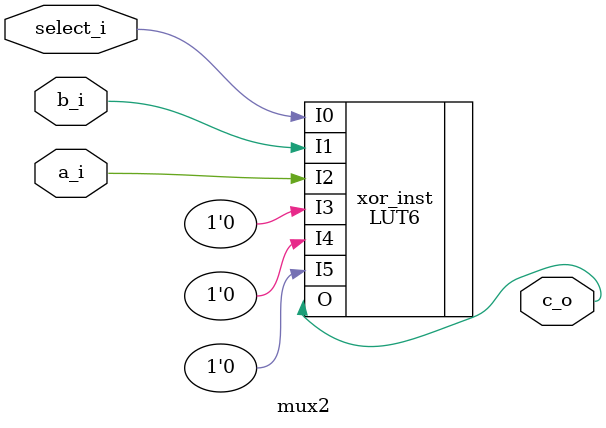
<source format=sv>
module mux2
  (input [0:0] a_i
  ,input [0:0] b_i
  ,input [0:0] select_i
  ,output [0:0] c_o);

   // Implement a Two-Input Multiplexer (mux2). You must use the LUT6 module.
   // 
   // Your code here:
   LUT6 #(.INIT(64'h0000_0000_0000_00d8)) xor_inst(
   	.O(c_o),
   	.I0(select_i),
   	.I1(b_i),
   	.I2(a_i),
   	.I3(1'b0),
   	.I4(1'b0),
   	.I5(1'b0));

endmodule

</source>
